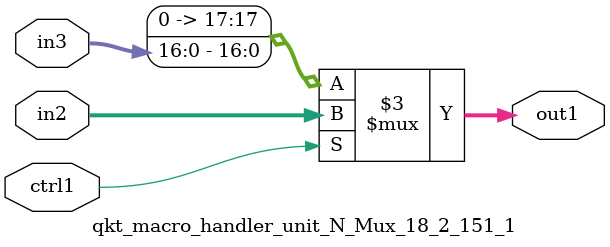
<source format=v>

`timescale 1ps / 1ps


module qkt_macro_handler_unit_N_Mux_18_2_151_1( in3, in2, ctrl1, out1 );

    input [16:0] in3;
    input [17:0] in2;
    input ctrl1;
    output [17:0] out1;
    reg [17:0] out1;

    
    // rtl_process:qkt_macro_handler_unit_N_Mux_18_2_151_1/qkt_macro_handler_unit_N_Mux_18_2_151_1_thread_1
    always @*
      begin : qkt_macro_handler_unit_N_Mux_18_2_151_1_thread_1
        case (ctrl1) 
          1'b1: 
            begin
              out1 = in2;
            end
          default: 
            begin
              out1 = {1'b0, in3};
            end
        endcase
      end

endmodule



</source>
